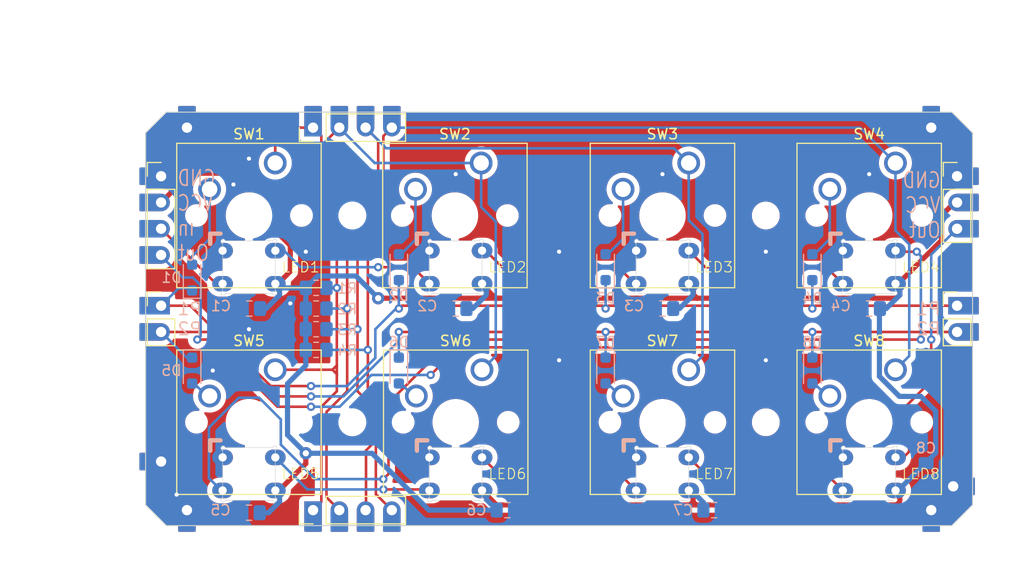
<source format=kicad_pcb>
(kicad_pcb (version 20221018) (generator pcbnew)
  (layers (0 "F.Cu" signal) (31 "B.Cu" signal) (34 "B.Paste" user) (35 "F.Paste" user) (36 "B.SilkS" user "B.Silkscreen") (37 "F.SilkS" user "F.Silkscreen") (38 "B.Mask" user) (39 "F.Mask" user) (44 "Edge.Cuts" user))
  (net 0 "")
  (net 1 "Pull1")
  (net 2 "Net-(D1-A)")
  (net 3 "Net-(D2-A)")
  (net 4 "Net-(D3-A)")
  (net 5 "Net-(D4-A)")
  (net 6 "Pull2")
  (net 7 "Net-(D5-A)")
  (net 8 "Net-(D6-A)")
  (net 9 "Net-(D7-A)")
  (net 10 "Net-(D8-A)")
  (net 11 "VCC")
  (net 12 "Net-(LED1-DOUT)")
  (net 13 "GND")
  (net 14 "Led In")
  (net 15 "Net-(LED2-DOUT)")
  (net 16 "Net-(LED3-DOUT)")
  (net 17 "Net-(LED4-DOUT)")
  (net 18 "Net-(LED5-DOUT)")
  (net 19 "Net-(LED6-DOUT)")
  (net 20 "Net-(LED7-DOUT)")
  (net 21 "Led Out")
  (net 22 "Sense1")
  (net 23 "Sense2")
  (net 24 "Sense3")
  (net 25 "Sense4")
  (footprint "" (layer "F.Cu") (at 74 1.625 -90)
    (fp_text reference "")
    (fp_text value "")
  )
  (footprint "Button_Switch_Keyboard:SW_Cherry_MX_1.00u_PCB" (layer "F.Cu") (at 32.54 24.92)
    (fp_text reference "SW6")
    (fp_text value "SW_Push")
  )
  (footprint "Library:WS2812_embedded" (layer "F.Cu") (at 30 15 180)
    (fp_text reference "LED2")
    (fp_text value "WS2812B")
    (fp_line (start -2.55 2.299999) (end -2.55 -2.3) (stroke (width 0.05)) (layer "Edge.Cuts"))
    (fp_line (start -2.3 -2.55) (end 2.300001 -2.55) (stroke (width 0.05)) (layer "Edge.Cuts"))
    (fp_line (start 2.3 2.55) (end -2.300001 2.55) (stroke (width 0.05)) (layer "Edge.Cuts"))
    (fp_line (start 2.55 -2.3) (end 2.549999 2.3) (stroke (width 0.05)) (layer "Edge.Cuts"))
    (fp_arc (start -2.55 -2.3) (mid -2.645774 -2.645774) (end -2.3 -2.55) (stroke (width 0.05)) (layer "Edge.Cuts"))
    (fp_arc (start -2.300001 2.55) (mid -2.645774 2.645772) (end -2.55 2.299999) (stroke (width 0.05)) (layer "Edge.Cuts"))
    (fp_arc (start 2.300001 -2.55) (mid 2.645774 -2.645772) (end 2.55 -2.299999) (stroke (width 0.05)) (layer "Edge.Cuts"))
    (fp_arc (start 2.549999 2.300001) (mid 2.645772 2.645773) (end 2.3 2.55) (stroke (width 0.05)) (layer "Edge.Cuts"))
  )
  (footprint "" (layer "F.Cu") (at 75.9 38.875 90)
    (fp_text reference "")
    (fp_text value "")
  )
  (footprint "Library:WS2812_embedded" (layer "F.Cu") (at 30 35 180)
    (fp_text reference "LED6")
    (fp_text value "WS2812B")
    (fp_line (start -2.55 2.299999) (end -2.55 -2.3) (stroke (width 0.05)) (layer "Edge.Cuts"))
    (fp_line (start -2.3 -2.55) (end 2.300001 -2.55) (stroke (width 0.05)) (layer "Edge.Cuts"))
    (fp_line (start 2.3 2.55) (end -2.300001 2.55) (stroke (width 0.05)) (layer "Edge.Cuts"))
    (fp_line (start 2.55 -2.3) (end 2.549999 2.3) (stroke (width 0.05)) (layer "Edge.Cuts"))
    (fp_arc (start -2.55 -2.3) (mid -2.645774 -2.645774) (end -2.3 -2.55) (stroke (width 0.05)) (layer "Edge.Cuts"))
    (fp_arc (start -2.300001 2.55) (mid -2.645774 2.645772) (end -2.55 2.299999) (stroke (width 0.05)) (layer "Edge.Cuts"))
    (fp_arc (start 2.300001 -2.55) (mid 2.645774 -2.645772) (end 2.55 -2.299999) (stroke (width 0.05)) (layer "Edge.Cuts"))
    (fp_arc (start 2.549999 2.300001) (mid 2.645772 2.645773) (end 2.3 2.55) (stroke (width 0.05)) (layer "Edge.Cuts"))
  )
  (footprint "Connector_PinHeader_2.54mm:PinHeader_1x02_P2.54mm_Vertical" (layer "F.Cu") (at 1.5 18.725)
    (fp_text reference "J2" hide)
    (fp_text value "Conn_01x02_Pin" hide)
  )
  (footprint "Connector_PinHeader_2.54mm:PinHeader_1x04_P2.54mm_Vertical" (layer "F.Cu") (at 16.2 38.5 90)
    (fp_text reference "J5" hide)
    (fp_text value "Conn_01x04_Pin" hide)
  )
  (footprint "Button_Switch_Keyboard:SW_Cherry_MX_1.00u_PCB" (layer "F.Cu") (at 32.46 4.92)
    (fp_text reference "SW2")
    (fp_text value "SW_Push")
  )
  (footprint "Button_Switch_Keyboard:SW_Cherry_MX_1.00u_PCB" (layer "F.Cu") (at 12.54 24.92)
    (fp_text reference "SW5")
    (fp_text value "SW_Push")
  )
  (footprint "Library:WS2812_embedded" (layer "F.Cu") (at 10 15 180)
    (fp_text reference "LED1")
    (fp_text value "WS2812B")
    (fp_line (start -2.55 2.299999) (end -2.55 -2.3) (stroke (width 0.05)) (layer "Edge.Cuts"))
    (fp_line (start -2.3 -2.55) (end 2.300001 -2.55) (stroke (width 0.05)) (layer "Edge.Cuts"))
    (fp_line (start 2.3 2.55) (end -2.300001 2.55) (stroke (width 0.05)) (layer "Edge.Cuts"))
    (fp_line (start 2.55 -2.3) (end 2.549999 2.3) (stroke (width 0.05)) (layer "Edge.Cuts"))
    (fp_arc (start -2.55 -2.3) (mid -2.645774 -2.645774) (end -2.3 -2.55) (stroke (width 0.05)) (layer "Edge.Cuts"))
    (fp_arc (start -2.300001 2.55) (mid -2.645774 2.645772) (end -2.55 2.299999) (stroke (width 0.05)) (layer "Edge.Cuts"))
    (fp_arc (start 2.300001 -2.55) (mid 2.645774 -2.645772) (end 2.55 -2.299999) (stroke (width 0.05)) (layer "Edge.Cuts"))
    (fp_arc (start 2.549999 2.300001) (mid 2.645772 2.645773) (end 2.3 2.55) (stroke (width 0.05)) (layer "Edge.Cuts"))
  )
  (footprint "Connector_PinHeader_2.54mm:PinHeader_1x04_P2.54mm_Vertical" (layer "F.Cu") (at 1.5 6.2)
    (fp_text reference "J1" hide)
    (fp_text value "Conn_01x04_Pin" hide)
  )
  (footprint "MountingHole:MountingHole_2.2mm_M2" (layer "F.Cu") (at 20 30)
    (fp_text reference "REF**" hide)
    (fp_text value "MountingHole_2.2mm_M2" hide)
  )
  (footprint "Connector_PinHeader_2.54mm:PinHeader_1x03_P2.54mm_Vertical" (layer "F.Cu") (at 78.5 6.2)
    (fp_text reference "J6" hide)
    (fp_text value "Conn_01x03_Pin" hide)
  )
  (footprint "Library:WS2812_embedded" (layer "F.Cu") (at 70 35 180)
    (fp_text reference "LED8")
    (fp_text value "WS2812B")
    (fp_line (start -2.55 2.299999) (end -2.55 -2.3) (stroke (width 0.05)) (layer "Edge.Cuts"))
    (fp_line (start -2.3 -2.55) (end 2.300001 -2.55) (stroke (width 0.05)) (layer "Edge.Cuts"))
    (fp_line (start 2.3 2.55) (end -2.300001 2.55) (stroke (width 0.05)) (layer "Edge.Cuts"))
    (fp_line (start 2.55 -2.3) (end 2.549999 2.3) (stroke (width 0.05)) (layer "Edge.Cuts"))
    (fp_arc (start -2.55 -2.3) (mid -2.645774 -2.645774) (end -2.3 -2.55) (stroke (width 0.05)) (layer "Edge.Cuts"))
    (fp_arc (start -2.300001 2.55) (mid -2.645774 2.645772) (end -2.55 2.299999) (stroke (width 0.05)) (layer "Edge.Cuts"))
    (fp_arc (start 2.300001 -2.55) (mid 2.645774 -2.645772) (end 2.55 -2.299999) (stroke (width 0.05)) (layer "Edge.Cuts"))
    (fp_arc (start 2.549999 2.300001) (mid 2.645772 2.645773) (end 2.3 2.55) (stroke (width 0.05)) (layer "Edge.Cuts"))
  )
  (footprint "Button_Switch_Keyboard:SW_Cherry_MX_1.00u_PCB" (layer "F.Cu") (at 72.54 4.92)
    (fp_text reference "SW4")
    (fp_text value "SW_Push")
  )
  (footprint "MountingHole:MountingHole_2.2mm_M2" (layer "F.Cu") (at 20 10)
    (fp_text reference "REF**" hide)
    (fp_text value "MountingHole_2.2mm_M2" hide)
  )
  (footprint "" (layer "F.Cu") (at 78.5 35 180)
    (fp_text reference "")
    (fp_text value "")
  )
  (footprint "MountingHole:MountingHole_2.2mm_M2" (layer "F.Cu") (at 60 10)
    (fp_text reference "REF**" hide)
    (fp_text value "MountingHole_2.2mm_M2" hide)
  )
  (footprint "Library:WS2812_embedded" (layer "F.Cu") (at 50 15 180)
    (fp_text reference "LED3")
    (fp_text value "WS2812B")
    (fp_line (start -2.55 2.299999) (end -2.55 -2.3) (stroke (width 0.05)) (layer "Edge.Cuts"))
    (fp_line (start -2.3 -2.55) (end 2.300001 -2.55) (stroke (width 0.05)) (layer "Edge.Cuts"))
    (fp_line (start 2.3 2.55) (end -2.300001 2.55) (stroke (width 0.05)) (layer "Edge.Cuts"))
    (fp_line (start 2.55 -2.3) (end 2.549999 2.3) (stroke (width 0.05)) (layer "Edge.Cuts"))
    (fp_arc (start -2.55 -2.3) (mid -2.645774 -2.645774) (end -2.3 -2.55) (stroke (width 0.05)) (layer "Edge.Cuts"))
    (fp_arc (start -2.300001 2.55) (mid -2.645774 2.645772) (end -2.55 2.299999) (stroke (width 0.05)) (layer "Edge.Cuts"))
    (fp_arc (start 2.300001 -2.55) (mid 2.645774 -2.645772) (end 2.55 -2.299999) (stroke (width 0.05)) (layer "Edge.Cuts"))
    (fp_arc (start 2.549999 2.300001) (mid 2.645772 2.645773) (end 2.3 2.55) (stroke (width 0.05)) (layer "Edge.Cuts"))
  )
  (footprint "Connector_PinHeader_2.54mm:PinHeader_1x04_P2.54mm_Vertical" (layer "F.Cu") (at 16.2 1.5 90)
    (fp_text reference "J4" hide)
    (fp_text value "Conn_01x04_Pin" hide)
  )
  (footprint "Button_Switch_Keyboard:SW_Cherry_MX_1.00u_PCB" (layer "F.Cu") (at 12.54 4.92)
    (fp_text reference "SW1")
    (fp_text value "SW_Push" hide)
  )
  (footprint "MountingHole:MountingHole_2.2mm_M2" (layer "F.Cu") (at 60 30)
    (fp_text reference "REF**" hide)
    (fp_text value "MountingHole_2.2mm_M2" hide)
  )
  (footprint "Connector_PinHeader_2.54mm:PinHeader_1x02_P2.54mm_Vertical" (layer "F.Cu") (at 78.5 18.725)
    (fp_text reference "J3" hide)
    (fp_text value "Conn_01x02_Pin" hide)
  )
  (footprint "Library:WS2812_embedded" (layer "F.Cu") (at 10 35 180)
    (fp_text reference "LED5")
    (fp_text value "WS2812B")
    (fp_line (start -2.55 2.299999) (end -2.55 -2.3) (stroke (width 0.05)) (layer "Edge.Cuts"))
    (fp_line (start -2.3 -2.55) (end 2.300001 -2.55) (stroke (width 0.05)) (layer "Edge.Cuts"))
    (fp_line (start 2.3 2.55) (end -2.300001 2.55) (stroke (width 0.05)) (layer "Edge.Cuts"))
    (fp_line (start 2.55 -2.3) (end 2.549999 2.3) (stroke (width 0.05)) (layer "Edge.Cuts"))
    (fp_arc (start -2.55 -2.3) (mid -2.645774 -2.645774) (end -2.3 -2.55) (stroke (width 0.05)) (layer "Edge.Cuts"))
    (fp_arc (start -2.300001 2.55) (mid -2.645774 2.645772) (end -2.55 2.299999) (stroke (width 0.05)) (layer "Edge.Cuts"))
    (fp_arc (start 2.300001 -2.55) (mid 2.645774 -2.645772) (end 2.55 -2.299999) (stroke (width 0.05)) (layer "Edge.Cuts"))
    (fp_arc (start 2.549999 2.300001) (mid 2.645772 2.645773) (end 2.3 2.55) (stroke (width 0.05)) (layer "Edge.Cuts"))
  )
  (footprint "Library:WS2812_embedded" (layer "F.Cu") (at 70 15 180)
    (fp_text reference "LED4")
    (fp_text value "WS2812B")
    (fp_line (start -2.55 2.299999) (end -2.55 -2.3) (stroke (width 0.05)) (layer "Edge.Cuts"))
    (fp_line (start -2.3 -2.55) (end 2.300001 -2.55) (stroke (width 0.05)) (layer "Edge.Cuts"))
    (fp_line (start 2.3 2.55) (end -2.300001 2.55) (stroke (width 0.05)) (layer "Edge.Cuts"))
    (fp_line (start 2.55 -2.3) (end 2.549999 2.3) (stroke (width 0.05)) (layer "Edge.Cuts"))
    (fp_arc (start -2.55 -2.3) (mid -2.645774 -2.645774) (end -2.3 -2.55) (stroke (width 0.05)) (layer "Edge.Cuts"))
    (fp_arc (start -2.300001 2.55) (mid -2.645774 2.645772) (end -2.55 2.299999) (stroke (width 0.05)) (layer "Edge.Cuts"))
    (fp_arc (start 2.300001 -2.55) (mid 2.645774 -2.645772) (end 2.55 -2.299999) (stroke (width 0.05)) (layer "Edge.Cuts"))
    (fp_arc (start 2.549999 2.300001) (mid 2.645772 2.645773) (end 2.3 2.55) (stroke (width 0.05)) (layer "Edge.Cuts"))
  )
  (footprint "" (layer "F.Cu") (at 1.5 35)
    (fp_text reference "")
    (fp_text value "")
  )
  (footprint "Button_Switch_Keyboard:SW_Cherry_MX_1.00u_PCB" (layer "F.Cu") (at 52.54 4.92)
    (fp_text reference "SW3")
    (fp_text value "SW_Push")
  )
  (footprint "" (layer "F.Cu") (at 6 38.5 90)
    (fp_text reference "")
    (fp_text value "")
  )
  (footprint "Button_Switch_Keyboard:SW_Cherry_MX_1.00u_PCB" (layer "F.Cu") (at 52.54 24.92)
    (fp_text reference "SW7")
    (fp_text value "SW_Push")
  )
  (footprint "" (layer "F.Cu") (at 2.2 1.5 -90)
    (fp_text reference "")
    (fp_text value "")
  )
  (footprint "Button_Switch_Keyboard:SW_Cherry_MX_1.00u_PCB" (layer "F.Cu") (at 72.54 24.92)
    (fp_text reference "SW8")
    (fp_text value "SW_Push")
  )
  (footprint "Library:WS2812_embedded" (layer "F.Cu") (at 50 35 180)
    (fp_text reference "LED7")
    (fp_text value "WS2812B")
    (fp_line (start -2.55 2.299999) (end -2.55 -2.3) (stroke (width 0.05)) (layer "Edge.Cuts"))
    (fp_line (start -2.3 -2.55) (end 2.300001 -2.55) (stroke (width 0.05)) (layer "Edge.Cuts"))
    (fp_line (start 2.3 2.55) (end -2.300001 2.55) (stroke (width 0.05)) (layer "Edge.Cuts"))
    (fp_line (start 2.55 -2.3) (end 2.549999 2.3) (stroke (width 0.05)) (layer "Edge.Cuts"))
    (fp_arc (start -2.55 -2.3) (mid -2.645774 -2.645774) (end -2.3 -2.55) (stroke (width 0.05)) (layer "Edge.Cuts"))
    (fp_arc (start -2.300001 2.55) (mid -2.645774 2.645772) (end -2.55 2.299999) (stroke (width 0.05)) (layer "Edge.Cuts"))
    (fp_arc (start 2.300001 -2.55) (mid 2.645774 -2.645772) (end 2.55 -2.299999) (stroke (width 0.05)) (layer "Edge.Cuts"))
    (fp_arc (start 2.549999 2.300001) (mid 2.645772 2.645773) (end 2.3 2.55) (stroke (width 0.05)) (layer "Edge.Cuts"))
  )
  (footprint "Diode_SMD:D_SOD-323_HandSoldering" (layer "B.Cu") (at 4.5 16 90)
    (fp_text reference "D1")
    (fp_text value "1N4148WS")
  )
  (footprint "Capacitor_SMD:C_0805_2012Metric_Pad1.18x1.45mm_HandSolder" (layer "B.Cu") (at 35 38.5 180)
    (fp_text reference "C6")
    (fp_text value "100nF")
  )
  (footprint "Diode_SMD:D_SOD-323_HandSoldering" (layer "B.Cu") (at 44.5 25 -90)
    (fp_text reference "D7")
    (fp_text value "1N4148WS")
  )
  (footprint "Capacitor_SMD:C_0805_2012Metric_Pad1.18x1.45mm_HandSolder" (layer "B.Cu") (at 55 38.5 180)
    (fp_text reference "C7")
    (fp_text value "100nF")
  )
  (footprint "Resistor_SMD:R_0805_2012Metric_Pad1.20x1.40mm_HandSolder" (layer "B.Cu") (at 16.5 19)
    (fp_text reference "R2")
    (fp_text value "10k")
  )
  (footprint "Diode_SMD:D_SOD-323_HandSoldering" (layer "B.Cu") (at 44.5 15 90)
    (fp_text reference "D3")
    (fp_text value "1N4148WS")
  )
  (footprint "Diode_SMD:D_SOD-323_HandSoldering" (layer "B.Cu") (at 64.5 15 90)
    (fp_text reference "D4")
    (fp_text value "1N4148WS")
  )
  (footprint "Capacitor_SMD:C_0805_2012Metric_Pad1.18x1.45mm_HandSolder" (layer "B.Cu") (at 75.5 35 90)
    (fp_text reference "C8")
    (fp_text value "100nF")
  )
  (footprint "Capacitor_SMD:C_0805_2012Metric_Pad1.18x1.45mm_HandSolder" (layer "B.Cu") (at 10.0375 19)
    (fp_text reference "C1")
    (fp_text value "100nF")
  )
  (footprint "Capacitor_SMD:C_0805_2012Metric_Pad1.18x1.45mm_HandSolder" (layer "B.Cu") (at 50 19)
    (fp_text reference "C3")
    (fp_text value "100nF")
  )
  (footprint "Diode_SMD:D_SOD-323_HandSoldering" (layer "B.Cu") (at 24.5 25 -90)
    (fp_text reference "D6")
    (fp_text value "1N4148WS")
  )
  (footprint "Diode_SMD:D_SOD-323_HandSoldering" (layer "B.Cu") (at 4.5 25 -90)
    (fp_text reference "D5")
    (fp_text value "1N4148WS")
  )
  (footprint "Resistor_SMD:R_0805_2012Metric_Pad1.20x1.40mm_HandSolder" (layer "B.Cu") (at 16.5 23)
    (fp_text reference "R4")
    (fp_text value "10k")
  )
  (footprint "Diode_SMD:D_SOD-323_HandSoldering" (layer "B.Cu") (at 24.5 15 90)
    (fp_text reference "D2")
    (fp_text value "1N4148WS")
  )
  (footprint "Capacitor_SMD:C_0805_2012Metric_Pad1.18x1.45mm_HandSolder" (layer "B.Cu") (at 10 38.75)
    (fp_text reference "C5")
    (fp_text value "100nF")
  )
  (footprint "Diode_SMD:D_SOD-323_HandSoldering" (layer "B.Cu") (at 64.5 25 -90)
    (fp_text reference "D8")
    (fp_text value "1N4148WS")
  )
  (footprint "Resistor_SMD:R_0805_2012Metric_Pad1.20x1.40mm_HandSolder" (layer "B.Cu") (at 16.5 21)
    (fp_text reference "R3")
    (fp_text value "10k")
  )
  (footprint "Capacitor_SMD:C_0805_2012Metric_Pad1.18x1.45mm_HandSolder" (layer "B.Cu") (at 30 19)
    (fp_text reference "C2")
    (fp_text value "100nF")
  )
  (footprint "Resistor_SMD:R_0805_2012Metric_Pad1.20x1.40mm_HandSolder" (layer "B.Cu") (at 16.5 17)
    (fp_text reference "R1")
    (fp_text value "10k")
  )
  (footprint "Capacitor_SMD:C_0805_2012Metric_Pad1.18x1.45mm_HandSolder" (layer "B.Cu") (at 70 19)
    (fp_text reference "C4")
    (fp_text value "100nF")
  )
  (gr_poly (pts (xy 2 0) (xy 78 0) (xy 80 2) (xy 80 38) (xy 78 40) (xy 2 40) (xy 0 38) (xy 0 2)) (stroke (width 0.1)) (fill none) (layer "Edge.Cuts"))
  (gr_text "GND\nVCC\nOut" (at 77 9) (layer "B.SilkS") (effects (font (size 1.5 1.2)) (justify left mirror)))
  (gr_text "GND\nVCC\nIn\nOut" (at 3 10) (layer "B.SilkS") (effects (font (size 1.5 1.2)) (justify right mirror)))
  (gr_text "P1\nP2" (at 77 20) (layer "B.SilkS") (effects (font (size 1.2 1.2)) (justify left mirror)))
  (gr_text "P1\nP2" (at 3 20) (layer "B.SilkS") (effects (font (size 1.2 1.2)) (justify right mirror)))
  (segment (start 12.104745 26.5) (end 4.329745 18.725) (width 0.25) (layer "F.Cu") (net 1))
  (segment (start 44.775 18.725) (end 64.225 18.725) (width 0.25) (layer "F.Cu") (net 1))
  (segment (start 64.775 18.725) (end 64.5 19) (width 0.25) (layer "F.Cu") (net 1))
  (segment (start 44.225 18.725) (end 44.5 19) (width 0.25) (layer "F.Cu") (net 1))
  (segment (start 4.329745 18.725) (end 1.5 18.725) (width 0.25) (layer "F.Cu") (net 1))
  (segment (start 24.5 19) (end 24.775 18.725) (width 0.25) (layer "F.Cu") (net 1))
  (segment (start 78.5 18.725) (end 64.775 18.725) (width 0.25) (layer "F.Cu") (net 1))
  (segment (start 64.225 18.725) (end 64.5 19) (width 0.25) (layer "F.Cu") (net 1))
  (segment (start 24.775 18.725) (end 44.225 18.725) (width 0.25) (layer "F.Cu") (net 1))
  (segment (start 44.5 19) (end 44.775 18.725) (width 0.25) (layer "F.Cu") (net 1))
  (segment (start 16 26.5) (end 12.104745 26.5) (width 0.25) (layer "F.Cu") (net 1))
  (via (at 24.5 19) (size 0.8) (drill 0.4) (layers "F.Cu" "B.Cu") (net 1))
  (via (at 64.5 19) (size 0.8) (drill 0.4) (layers "F.Cu" "B.Cu") (net 1))
  (via (at 44.5 19) (size 0.8) (drill 0.4) (layers "F.Cu" "B.Cu") (net 1))
  (via (at 16 26.5) (size 0.8) (drill 0.4) (layers "F.Cu" "B.Cu") (net 1))
  (segment (start 19.5 26.5) (end 22.225 23.775) (width 0.25) (layer "B.Cu") (net 1))
  (segment (start 4.5 17.05) (end 3.175 17.05) (width 0.25) (layer "B.Cu") (net 1))
  (segment (start 3.175 17.05) (end 1.5 18.725) (width 0.25) (layer "B.Cu") (net 1))
  (segment (start 24.225 19) (end 24.5 19) (width 0.25) (layer "B.Cu") (net 1))
  (segment (start 22.225 23.775) (end 22.225 21) (width 0.25) (layer "B.Cu") (net 1))
  (segment (start 44.5 16.05) (end 44.5 19) (width 0.25) (layer "B.Cu") (net 1))
  (segment (start 24.5 16.05) (end 24.5 19) (width 0.25) (layer "B.Cu") (net 1))
  (segment (start 22.225 21) (end 24.225 19) (width 0.25) (layer "B.Cu") (net 1))
  (segment (start 64.5 16.05) (end 64.5 19) (width 0.25) (layer "B.Cu") (net 1))
  (segment (start 16 26.5) (end 19.5 26.5) (width 0.25) (layer "B.Cu") (net 1))
  (segment (start 6.19 7.46) (end 6.19 12.26) (width 0.25) (layer "B.Cu") (net 2))
  (segment (start 4.5 13.95) (end 4.5 14.95) (width 0.25) (layer "B.Cu") (net 2))
  (segment (start 6.19 12.26) (end 4.5 13.95) (width 0.25) (layer "B.Cu") (net 2))
  (segment (start 26.11 7.46) (end 26.11 12.34) (width 0.25) (layer "B.Cu") (net 3))
  (segment (start 26.11 12.34) (end 24.5 13.95) (width 0.25) (layer "B.Cu") (net 3))
  (segment (start 46.19 7.46) (end 46.19 12.26) (width 0.25) (layer "B.Cu") (net 4))
  (segment (start 46.19 12.26) (end 44.5 13.95) (width 0.25) (layer "B.Cu") (net 4))
  (segment (start 66.19 12.26) (end 64.5 13.95) (width 0.25) (layer "B.Cu") (net 5))
  (segment (start 66.19 7.46) (end 66.19 12.26) (width 0.25) (layer "B.Cu") (net 5))
  (segment (start 64.5 21.265) (end 44.5 21.265) (width 0.25) (layer "F.Cu") (net 6))
  (segment (start 44.5 21.265) (end 24.5 21.265) (width 0.25) (layer "F.Cu") (net 6))
  (segment (start 16 27.5) (end 12.468349 27.5) (width 0.25) (layer "F.Cu") (net 6))
  (segment (start 12.468349 27.5) (end 6.233349 21.265) (width 0.25) (layer "F.Cu") (net 6))
  (segment (start 78.5 21.265) (end 64.5 21.265) (width 0.25) (layer "F.Cu") (net 6))
  (segment (start 6.233349 21.265) (end 1.5 21.265) (width 0.25) (layer "F.Cu") (net 6))
  (via (at 24.5 21.265) (size 0.8) (drill 0.4) (layers "F.Cu" "B.Cu") (net 6))
  (via (at 44.5 21.265) (size 0.8) (drill 0.4) (layers "F.Cu" "B.Cu") (net 6))
  (via (at 16 27.5) (size 0.8) (drill 0.4) (layers "F.Cu" "B.Cu") (net 6))
  (via (at 64.5 21.265) (size 0.8) (drill 0.4) (layers "F.Cu" "B.Cu") (net 6))
  (segment (start 16 27.5) (end 19.136396 27.5) (width 0.25) (layer "B.Cu") (net 6))
  (segment (start 24.5 22.136396) (end 24.5 21.265) (width 0.25) (layer "B.Cu") (net 6))
  (segment (start 19.136396 27.5) (end 24.5 22.136396) (width 0.25) (layer "B.Cu") (net 6))
  (segment (start 44.5 23.95) (end 44.5 21.265) (width 0.25) (layer "B.Cu") (net 6))
  (segment (start 24.5 23.95) (end 24.5 21.265) (width 0.25) (layer "B.Cu") (net 6))
  (segment (start 4.5 23.95) (end 4.185 23.95) (width 0.25) (layer "B.Cu") (net 6))
  (segment (start 4.185 23.95) (end 1.5 21.265) (width 0.25) (layer "B.Cu") (net 6))
  (segment (start 64.5 23.95) (end 64.5 21.265) (width 0.25) (layer "B.Cu") (net 6))
  (segment (start 5.91 27.46) (end 4.5 26.05) (width 0.25) (layer "B.Cu") (net 7))
  (segment (start 6.19 27.46) (end 5.91 27.46) (width 0.25) (layer "B.Cu") (net 7))
  (segment (start 26.19 27.46) (end 25.91 27.46) (width 0.25) (layer "B.Cu") (net 8))
  (segment (start 25.91 27.46) (end 24.5 26.05) (width 0.25) (layer "B.Cu") (net 8))
  (segment (start 46.19 27.46) (end 45.91 27.46) (width 0.25) (layer "B.Cu") (net 9))
  (segment (start 45.91 27.46) (end 44.5 26.05) (width 0.25) (layer "B.Cu") (net 9))
  (segment (start 65.91 27.46) (end 64.5 26.05) (width 0.25) (layer "B.Cu") (net 10))
  (segment (start 66.19 27.46) (end 65.91 27.46) (width 0.25) (layer "B.Cu") (net 10))
  (segment (start 77 10) (end 77 12.4) (width 0.5) (layer "F.Cu") (net 11))
  (segment (start 33.85 18) (end 34.2 18) (width 0.5) (layer "F.Cu") (net 11))
  (segment (start 53 17.649363) (end 53 16.8) (width 0.5) (layer "F.Cu") (net 11))
  (segment (start 33.95 38) (end 32.8 36.85) (width 0.5) (layer "F.Cu") (net 11))
  (segment (start 52.649363 38) (end 52.894266 37.755097) (width 0.5) (layer "F.Cu") (net 11))
  (segment (start 52.964179 37.714179) (end 53.25 38) (width 0.5) (layer "F.Cu") (net 11))
  (segment (start 32.8 36.85) (end 32.8 36.6) (width 0.5) (layer "F.Cu") (net 11))
  (segment (start 32.964179 17.685184) (end 32.964179 17.114179) (width 0.5) (layer "F.Cu") (net 11))
  (segment (start 32.649363 18) (end 32.964179 17.685184) (width 0.5) (layer "F.Cu") (net 11))
  (segment (start 52.964179 36.764179) (end 52.8 36.6) (width 0.5) (layer "F.Cu") (net 11))
  (segment (start 32 18) (end 32.649363 18) (width 0.5) (layer "F.Cu") (net 11))
  (segment (start 12.9 36.6) (end 12.8 36.6) (width 0.5) (layer "F.Cu") (net 11))
  (segment (start 72.964179 36.764179) (end 72.8 36.6) (width 0.5) (layer "F.Cu") (net 11))
  (segment (start 34.2 18) (end 52.649363 18) (width 0.5) (layer "F.Cu") (net 11))
  (segment (start 32 18) (end 34.2 18) (width 0.5) (layer "F.Cu") (net 11))
  (segment (start 1.5 8.74) (end 4.33 5.91) (width 0.5) (layer "F.Cu") (net 11))
  (segment (start 72.649363 18) (end 72.964179 17.685184) (width 0.5) (layer "F.Cu") (net 11))
  (segment (start 52.964179 37.571119) (end 52.964179 36.764179) (width 0.5) (layer "F.Cu") (net 11))
  (segment (start 52.894266 37.755097) (end 52.964179 37.571119) (width 0.5) (layer "F.Cu") (net 11))
  (segment (start 72.894266 37.755097) (end 72.964179 37.571119) (width 0.5) (layer "F.Cu") (net 11))
  (segment (start 72.964179 17.685184) (end 72.964179 16.764179) (width 0.5) (layer "F.Cu") (net 11))
  (segment (start 53.25 38) (end 72.649363 38) (width 0.5) (layer "F.Cu") (net 11))
  (segment (start 9.91 5.91) (end 13 9) (width 0.5) (layer "F.Cu") (net 11))
  (segment (start 78.26 8.74) (end 77 10) (width 0.5) (layer "F.Cu") (net 11))
  (segment (start 13 9) (end 13 11.902944) (width 0.5) (layer "F.Cu") (net 11))
  (segment (start 78.5 8.74) (end 78.26 8.74) (width 0.5) (layer "F.Cu") (net 11))
  (segment (start 13 11.902944) (end 14 12.902944) (width 0.5) (layer "F.Cu") (net 11))
  (segment (start 52.964179 37.571119) (end 52.964179 37.714179) (width 0.5) (layer "F.Cu") (net 11))
  (segment (start 53 16.8) (end 52.8 16.6) (width 0.5) (layer "F.Cu") (net 11))
  (segment (start 4.33 5.91) (end 9.91 5.91) (width 0.5) (layer "F.Cu") (net 11))
  (segment (start 52.649363 38) (end 33.95 38) (width 0.5) (layer "F.Cu") (net 11))
  (segment (start 72.964179 37.571119) (end 72.964179 36.764179) (width 0.5) (layer "F.Cu") (net 11))
  (segment (start 15.5 34) (end 12.9 36.6) (width 0.5) (layer "F.Cu") (net 11))
  (segment (start 32.964179 17.114179) (end 33.85 18) (width 0.5) (layer "F.Cu") (net 11))
  (segment (start 15.5 33) (end 15.5 34) (width 0.5) (layer "F.Cu") (net 11))
  (segment (start 72.964179 16.764179) (end 72.8 16.6) (width 0.5) (layer "F.Cu") (net 11))
  (segment (start 52.649363 38) (end 53.25 38) (width 0.5) (layer "F.Cu") (net 11))
  (segment (start 14 12.902944) (end 14 15.4) (width 0.5) (layer "F.Cu") (net 11))
  (segment (start 52.649363 18) (end 53 17.649363) (width 0.5) (layer "F.Cu") (net 11))
  (segment (start 53.350637 18) (end 72.649363 18) (width 0.5) (layer "F.Cu") (net 11))
  (segment (start 77 12.4) (end 72.8 16.6) (width 0.5) (layer "F.Cu") (net 11))
  (segment (start 14 15.4) (end 12.8 16.6) (width 0.5) (layer "F.Cu") (net 11))
  (segment (start 72.649363 38) (end 72.894266 37.755097) (width 0.5) (layer "F.Cu") (net 11))
  (segment (start 53 17.649363) (end 53.350637 18) (width 0.5) (layer "F.Cu") (net 11))
  (segment (start 53.350637 18) (end 52.649363 18) (width 0.5) (layer "F.Cu") (net 11))
  (segment (start 22.5 18) (end 32 18) (width 0.5) (layer "F.Cu") (net 11))
  (via (at 15.5 33) (size 1.2) (drill 0.6) (layers "F.Cu" "B.Cu") (net 11))
  (via (at 22.5 18) (size 1.2) (drill 0.6) (layers "F.Cu" "B.Cu") (net 11))
  (segment (start 12.964179 37.685184) (end 12.964179 36.764179) (width 0.5) (layer "B.Cu") (net 11))
  (segment (start 70.99 19.0475) (end 71.0375 19) (width 0.5) (layer "B.Cu") (net 11))
  (segment (start 72.927968 27.5) (end 70.99 25.562032) (width 0.5) (layer "B.Cu") (net 11))
  (segment (start 12.964179 36.764179) (end 12.8 36.6) (width 0.5) (layer "B.Cu") (net 11))
  (segment (start 32.964179 16.764179) (end 32.8 16.6) (width 0.5) (layer "B.Cu") (net 11))
  (segment (start 12.964179 16.764179) (end 12.964179 17.698321) (width 0.5) (layer "B.Cu") (net 11))
  (segment (start 76.43 28.93) (end 75 27.5) (width 0.5) (layer "B.Cu") (net 11))
  (segment (start 72.8 36.6) (end 76.43 32.97) (width 0.5) (layer "B.Cu") (net 11))
  (segment (start 51.649363 19) (end 52.894266 17.755097) (width 0.5) (layer "B.Cu") (net 11))
  (segment (start 32.964179 37.464179) (end 32.964179 36.764179) (width 0.5) (layer "B.Cu") (net 11))
  (segment (start 72.964179 16.764179) (end 72.8 16.6) (width 0.5) (layer "B.Cu") (net 11))
  (segment (start 13.73 31.23) (end 13.73 26.27) (width 0.5) (layer "B.Cu") (net 11))
  (segment (start 52.964179 16.764179) (end 52.8 16.6) (width 0.5) (layer "B.Cu") (net 11))
  (segment (start 20.35 15.85) (end 22.5 18) (width 0.5) (layer "B.Cu") (net 11))
  (segment (start 32.964179 17.571119) (end 32.964179 16.764179) (width 0.5) (layer "B.Cu") (net 11))
  (segment (start 13.2 17) (end 12.964179 16.764179) (width 0.5) (layer "B.Cu") (net 11))
  (segment (start 15.5 33) (end 13.73 31.23) (width 0.5) (layer "B.Cu") (net 11))
  (segment (start 11.6625 19) (end 11.075 19) (width 0.5) (layer "B.Cu") (net 11))
  (segment (start 15.5 33) (end 21.902944 33) (width 0.5) (layer "B.Cu") (net 11))
  (segment (start 72.964179 17.685184) (end 72.964179 16.764179) (width 0.5) (layer "B.Cu") (net 11))
  (segment (start 11.899363 38.75) (end 12.964179 37.685184) (width 0.5) (layer "B.Cu") (net 11))
  (segment (start 52.894266 17.755097) (end 52.964179 17.571119) (width 0.5) (layer "B.Cu") (net 11))
  (segment (start 21.902944 33) (end 27.402944 38.5) (width 0.5) (layer "B.Cu") (net 11))
  (segment (start 16.65 15.85) (end 20.35 15.85) (width 0.5) (layer "B.Cu") (net 11))
  (segment (start 71.649363 19) (end 72.964179 17.685184) (width 0.5) (layer "B.Cu") (net 11))
  (segment (start 27.402944 38.5) (end 33.9625 38.5) (width 0.5) (layer "B.Cu") (net 11))
  (segment (start 33.9625 38.5) (end 33.9625 38.4625) (width 0.5) (layer "B.Cu") (net 11))
  (segment (start 15.5 17) (end 13.2 17) (width 0.5) (layer "B.Cu") (net 11))
  (segment (start 11.0375 38.75) (end 11.899363 38.75) (width 0.5) (layer "B.Cu") (net 11))
  (segment (start 15.5 24.5) (end 15.5 23) (width 0.5) (layer "B.Cu") (net 11))
  (segment (start 51.0375 19) (end 51.649363 19) (width 0.5) (layer "B.Cu") (net 11))
  (segment (start 13.73 26.27) (end 15.5 24.5) (width 0.5) (layer "B.Cu") (net 11))
  (segment (start 53.9625 38.5) (end 53.9625 37.7625) (width 0.5) (layer "B.Cu") (net 11))
  (segment (start 15.5 17) (end 16.65 15.85) (width 0.5) (layer "B.Cu") (net 11))
  (segment (start 52.964179 17.571119) (end 52.964179 16.764179) (width 0.5) (layer "B.Cu") (net 11))
  (segment (start 31.649363 19) (end 32.894266 17.755097) (width 0.5) (layer "B.Cu") (net 11))
  (segment (start 12.964179 17.698321) (end 11.6625 19) (width 0.5) (layer "B.Cu") (net 11))
  (segment (start 71.0375 19) (end 71.649363 19) (width 0.5) (layer "B.Cu") (net 11))
  (segment (start 53.9625 37.7625) (end 52.8 36.6) (width 0.5) (layer "B.Cu") (net 11))
  (segment (start 33.9625 38.4625) (end 32.964179 37.464179) (width 0.5) (layer "B.Cu") (net 11))
  (segment (start 70.99 25.562032) (end 70.99 19.0475) (width 0.5) (layer "B.Cu") (net 11))
  (segment (start 31.0375 19) (end 31.649363 19) (width 0.5) (layer "B.Cu") (net 11))
  (segment (start 76.43 32.97) (end 76.43 28.93) (width 0.5) (layer "B.Cu") (net 11))
  (segment (start 32.894266 17.755097) (end 32.964179 17.571119) (width 0.5) (layer "B.Cu") (net 11))
  (segment (start 15.5 17) (end 15.5 23) (width 0.5) (layer "B.Cu") (net 11))
  (segment (start 75 27.5) (end 72.927968 27.5) (width 0.5) (layer "B.Cu") (net 11))
  (segment (start 12.675 13.525) (end 12.675 13.4) (width 0.25) (layer "F.Cu") (net 12))
  (segment (start 25.85 15) (end 27.325 16.475) (width 0.25) (layer "F.Cu") (net 12))
  (segment (start 22.5 15) (end 25.85 15) (width 0.25) (layer "F.Cu") (net 12))
  (segment (start 27.325 16.475) (end 27.325 16.6) (width 0.25) (layer "F.Cu") (net 12))
  (via (at 22.5 15) (size 0.8) (drill 0.4) (layers "F.Cu" "B.Cu") (net 12))
  (segment (start 13.4 13.4) (end 12.675 13.4) (width 0.25) (layer "B.Cu") (net 12))
  (segment (start 15 15) (end 13.4 13.4) (width 0.25) (layer "B.Cu") (net 12))
  (segment (start 15 15) (end 22.5 15) (width 0.25) (layer "B.Cu") (net 12))
  (via (at 8.5 7) (size 0.8) (drill 0.4) (layers "F.Cu" "B.Cu") (net 13))
  (via (at 10 21) (size 0.8) (drill 0.4) (layers "F.Cu" "B.Cu") (net 13))
  (via (at 60 24) (size 0.8) (drill 0.4) (layers "F.Cu" "B.Cu") (net 13))
  (via (at 60 13.5) (size 0.8) (drill 0.4) (layers "F.Cu" "B.Cu") (net 13))
  (via (at 30 6) (size 0.8) (drill 0.4) (layers "F.Cu" "B.Cu") (net 13))
  (via (at 40 13.5) (size 0.8) (drill 0.4) (layers "F.Cu" "B.Cu") (net 13))
  (via (at 3 37) (size 0.8) (drill 0.4) (layers "F.Cu" "B.Cu") (net 13))
  (via (at 6.5 25) (size 0.8) (drill 0.4) (layers "F.Cu" "B.Cu") (net 13))
  (via (at 15.5 13.5) (size 0.8) (drill 0.4) (layers "F.Cu" "B.Cu") (net 13))
  (via (at 50 6) (size 0.8) (drill 0.4) (layers "F.Cu" "B.Cu") (net 13))
  (via (at 14 18.5) (size 0.8) (drill 0.4) (layers "F.Cu" "B.Cu") (net 13))
  (via (at 70 6) (size 0.8) (drill 0.4) (layers "F.Cu" "B.Cu") (net 13))
  (via (at 10 4.5) (size 0.8) (drill 0.4) (layers "F.Cu" "B.Cu") (net 13))
  (via (at 40 24) (size 0.8) (drill 0.4) (layers "F.Cu" "B.Cu") (net 13))
  (segment (start 7.214082 13.4) (end 7.325 13.4) (width 0.5) (layer "B.Cu") (net 13))
  (segment (start 7.2 33.275) (end 7 33.075) (width 0.5) (layer "B.Cu") (net 13))
  (segment (start 7.2 33.525) (end 7.2 33.275) (width 0.5) (layer "B.Cu") (net 13))
  (segment (start 48.9625 19) (end 49 19.0375) (width 0.5) (layer "B.Cu") (net 13))
  (segment (start 28.9625 19) (end 29 19.0375) (width 0.5) (layer "B.Cu") (net 13))
  (segment (start 6.82 16.6) (end 7.325 16.6) (width 0.25) (layer "F.Cu") (net 14))
  (segment (start 1.5 11.28) (end 6.82 16.6) (width 0.25) (layer "F.Cu") (net 14))
  (segment (start 34.5 15) (end 45.725 15) (width 0.25) (layer "F.Cu") (net 15))
  (segment (start 32.675 13.4) (end 32.9 13.4) (width 0.25) (layer "F.Cu") (net 15))
  (segment (start 45.725 15) (end 47.325 16.6) (width 0.25) (layer "F.Cu") (net 15))
  (segment (start 32.9 13.4) (end 34.5 15) (width 0.25) (layer "F.Cu") (net 15))
  (segment (start 65.85 15) (end 67.325 16.475) (width 0.25) (layer "F.Cu") (net 16))
  (segment (start 52.675 13.525) (end 54.15 15) (width 0.25) (layer "F.Cu") (net 16))
  (segment (start 54.15 15) (end 65.85 15) (width 0.25) (layer "F.Cu") (net 16))
  (segment (start 67.325 16.475) (end 67.325 16.6) (width 0.25) (layer "F.Cu") (net 16))
  (segment (start 52.675 13.4) (end 52.675 13.525) (width 0.25) (layer "F.Cu") (net 16))
  (segment (start 23 35.5) (end 23.5 35) (width 0.25) (layer "F.Cu") (net 17))
  (segment (start 72.775 13.5) (end 72.675 13.4) (width 0.25) (layer "F.Cu") (net 17))
  (segment (start 29.634745 22) (end 75 22) (width 0.25) (layer "F.Cu") (net 17))
  (segment (start 23.5 28.134745) (end 29.634745 22) (width 0.25) (layer "F.Cu") (net 17))
  (segment (start 7.162186 36.762814) (end 7.325 36.6) (width 0.25) (layer "F.Cu") (net 17))
  (segment (start 74.6 13.5) (end 72.775 13.5) (width 0.25) (layer "F.Cu") (net 17))
  (segment (start 23.5 35) (end 23.5 28.134745) (width 0.25) (layer "F.Cu") (net 17))
  (via (at 23 35.5) (size 0.8) (drill 0.4) (layers "F.Cu" "B.Cu") (net 17))
  (via (at 74.6 13.5) (size 0.8) (drill 0.4) (layers "F.Cu" "B.Cu") (net 17))
  (via (at 75 22) (size 0.8) (drill 0.4) (layers "F.Cu" "B.Cu") (net 17))
  (segment (start 74.6 13.5) (end 75 13.9) (width 0.25) (layer "B.Cu") (net 17))
  (segment (start 23 35.5) (end 16.42028 35.5) (width 0.25) (layer "B.Cu") (net 17))
  (segment (start 6.125 30.516243) (end 6.125 35.4) (width 0.25) (layer "B.Cu") (net 17))
  (segment (start 16.42028 35.5) (end 13.082466 32.162186) (width 0.25) (layer "B.Cu") (net 17))
  (segment (start 13.082466 29.723709) (end 10.983757 27.625) (width 0.25) (layer "B.Cu") (net 17))
  (segment (start 9.016243 27.625) (end 6.125 30.516243) (width 0.25) (layer "B.Cu") (net 17))
  (segment (start 13.082466 32.162186) (end 13.082466 29.723709) (width 0.25) (layer "B.Cu") (net 17))
  (segment (start 75 13.9) (end 75 22) (width 0.25) (layer "B.Cu") (net 17))
  (segment (start 6.125 35.4) (end 7.325 36.6) (width 0.25) (layer "B.Cu") (net 17))
  (segment (start 10.983757 27.625) (end 9.016243 27.625) (width 0.25) (layer "B.Cu") (net 17))
  (segment (start 27.225 36.5) (end 27.325 36.6) (width 0.25) (layer "F.Cu") (net 18))
  (segment (start 23 36.5) (end 27.225 36.5) (width 0.25) (layer "F.Cu") (net 18))
  (via (at 23 36.5) (size 0.8) (drill 0.4) (layers "F.Cu" "B.Cu") (net 18))
  (segment (start 23 36.5) (end 15.65 36.5) (width 0.25) (layer "B.Cu") (net 18))
  (segment (start 12.675 33.525) (end 12.675 33.4) (width 0.25) (layer "B.Cu") (net 18))
  (segment (start 15.65 36.5) (end 12.675 33.525) (width 0.25) (layer "B.Cu") (net 18))
  (segment (start 32.675 33.4) (end 32.675 33.525) (width 0.25) (layer "F.Cu") (net 19))
  (segment (start 45.85 35) (end 47.325 36.475) (width 0.25) (layer "F.Cu") (net 19))
  (segment (start 47.325 36.475) (end 47.325 36.6) (width 0.25) (layer "F.Cu") (net 19))
  (segment (start 32.675 33.525) (end 34.15 35) (width 0.25) (layer "F.Cu") (net 19))
  (segment (start 34.15 35) (end 45.85 35) (width 0.25) (layer "F.Cu") (net 19))
  (segment (start 52.675 33.525) (end 54.15 35) (width 0.25) (layer "F.Cu") (net 20))
  (segment (start 67.325 36.475) (end 67.325 36.6) (width 0.25) (layer "F.Cu") (net 20))
  (segment (start 52.675 33.4) (end 52.675 33.525) (width 0.25) (layer "F.Cu") (net 20))
  (segment (start 65.85 35) (end 67.325 36.475) (width 0.25) (layer "F.Cu") (net 20))
  (segment (start 54.15 35) (end 65.85 35) (width 0.25) (layer "F.Cu") (net 20))
  (segment (start 76 26) (end 76 22) (width 0.25) (layer "F.Cu") (net 21))
  (segment (start 73.855 32.855) (end 73.31 33.4) (width 0.25) (layer "F.Cu") (net 21))
  (segment (start 16 28.5) (end 12.75 28.5) (width 0.25) (layer "F.Cu") (net 21))
  (segment (start 73.31 33.4) (end 72.675 33.4) (width 0.25) (layer "F.Cu") (net 21))
  (segment (start 27.575 25.425) (end 30.25 22.75) (width 0.25) (layer "F.Cu") (net 21))
  (segment (start 30.25 22.75) (end 66.75 22.75) (width 0.25) (layer "F.Cu") (net 21))
  (segment (start 66.75 22.75) (end 73 29) (width 0.25) (layer "F.Cu") (net 21))
  (segment (start 73.855 29.855) (end 73.855 32.855) (width 0.25) (layer "F.Cu") (net 21))
  (segment (start 6.25 22) (end 5 22) (width 0.25) (layer "F.Cu") (net 21))
  (segment (start 12.75 28.5) (end 6.25 22) (width 0.25) (layer "F.Cu") (net 21))
  (segment (start 73 29) (end 76 26) (width 0.25) (layer "F.Cu") (net 21))
  (segment (start 73 29) (end 73.855 29.855) (width 0.25) (layer "F.Cu") (net 21))
  (via (at 16 28.5) (size 0.8) (drill 0.4) (layers "F.Cu" "B.Cu") (net 21))
  (via (at 5 22) (size 0.8) (drill 0.4) (layers "F.Cu" "B.Cu") (net 21))
  (via (at 27.575 25.425) (size 0.8) (drill 0.4) (layers "F.Cu" "B.Cu") (net 21))
  (via (at 76 22) (size 0.8) (drill 0.4) (layers "F.Cu" "B.Cu") (net 21))
  (segment (start 21.847792 25.425) (end 27.575 25.425) (width 0.25) (layer "B.Cu") (net 21))
  (segment (start 4.5701 16) (end 3.5799 16) (width 0.25) (layer "B.Cu") (net 21))
  (segment (start 5.325 21.675) (end 5.325 16.7549) (width 0.25) (layer "B.Cu") (net 21))
  (segment (start 18.772792 28.5) (end 21.847792 25.425) (width 0.25) (layer "B.Cu") (net 21))
  (segment (start 1.5 13.9201) (end 1.5 13.82) (width 0.25) (layer "B.Cu") (net 21))
  (segment (start 3.5799 16) (end 1.5 13.9201) (width 0.25) (layer "B.Cu") (net 21))
  (segment (start 5 22) (end 5.325 21.675) (width 0.25) (layer "B.Cu") (net 21))
  (segment (start 76 13.78) (end 78.5 11.28) (width 0.25) (layer "B.Cu") (net 21))
  (segment (start 16 28.5) (end 18.772792 28.5) (width 0.25) (layer "B.Cu") (net 21))
  (segment (start 5.325 16.7549) (end 4.5701 16) (width 0.25) (layer "B.Cu") (net 21))
  (segment (start 76 22) (end 76 13.78) (width 0.25) (layer "B.Cu") (net 21))
  (segment (start 12.54 4.92) (end 12.54 2.96) (width 0.25) (layer "F.Cu") (net 22))
  (segment (start 18.5 24) (end 18.5 24.5) (width 0.25) (layer "F.Cu") (net 22))
  (segment (start 18.5 17) (end 18.5 13.5) (width 0.25) (layer "F.Cu") (net 22))
  (segment (start 18.5 24.5) (end 18.08 24.92) (width 0.25) (layer "F.Cu") (net 22))
  (segment (start 18.08 24.92) (end 18.5 25.34) (width 0.25) (layer "F.Cu") (net 22))
  (segment (start 17 2.3) (end 16.2 1.5) (width 0.25) (layer "F.Cu") (net 22))
  (segment (start 18.5 24) (end 18.5 17) (width 0.25) (layer "F.Cu") (net 22))
  (segment (start 12.54 2.96) (end 14 1.5) (width 0.25) (layer "F.Cu") (net 22))
  (segment (start 18.5 25.5) (end 18.5 24.5) (width 0.25) (layer "F.Cu") (net 22))
  (segment (start 18.5 27) (end 18.5 25.5) (width 0.25) (layer "F.Cu") (net 22))
  (segment (start 16.2 38.5) (end 17 37.7) (width 0.25) (layer "F.Cu") (net 22))
  (segment (start 18.5 25.34) (end 18.5 25.5) (width 0.25) (layer "F.Cu") (net 22))
  (segment (start 18.5 13.5) (end 17 12) (width 0.25) (layer "F.Cu") (net 22))
  (segment (start 17 28.5) (end 18.5 27) (width 0.25) (layer "F.Cu") (net 22))
  (segment (start 18.08 24.92) (end 12.54 24.92) (width 0.25) (layer "F.Cu") (net 22))
  (segment (start 14 1.5) (end 16.2 1.5) (width 0.25) (layer "F.Cu") (net 22))
  (segment (start 17 12) (end 17 2.3) (width 0.25) (layer "F.Cu") (net 22))
  (segment (start 17 37.7) (end 17 28.5) (width 0.25) (layer "F.Cu") (net 22))
  (via (at 18.5 17) (size 0.8) (drill 0.4) (layers "F.Cu" "B.Cu") (net 22))
  (segment (start 17.5 17) (end 18.5 17) (width 0.25) (layer "B.Cu") (net 22))
  (segment (start 18.74 1.5) (end 17.5 2.74) (width 0.25) (layer "F.Cu") (net 23))
  (segment (start 17.5 37.26) (end 18.74 38.5) (width 0.25) (layer "F.Cu") (net 23))
  (segment (start 19.5 27) (end 17.5 29) (width 0.25) (layer "F.Cu") (net 23))
  (segment (start 17.5 29) (end 17.5 37.26) (width 0.25) (layer "F.Cu") (net 23))
  (segment (start 19.5 19) (end 19.5 27) (width 0.25) (layer "F.Cu") (net 23))
  (segment (start 17.5 2.74) (end 17.5 11.487347) (width 0.25) (layer "F.Cu") (net 23))
  (segment (start 19.5 13.487347) (end 19.5 19) (width 0.25) (layer "F.Cu") (net 23))
  (segment (start 17.5 11.487347) (end 19.5 13.487347) (width 0.25) (layer "F.Cu") (net 23))
  (via (at 19.5 19) (size 0.8) (drill 0.4) (layers "F.Cu" "B.Cu") (net 23))
  (segment (start 32.46 9.181243) (end 32.46 4.92) (width 0.25) (layer "B.Cu") (net 23))
  (segment (start 17.5 19) (end 19.5 19) (width 0.25) (layer "B.Cu") (net 23))
  (segment (start 18.74 1.5) (end 22.16 4.92) (width 0.25) (layer "B.Cu") (net 23))
  (segment (start 33.875 10.596243) (end 32.46 9.181243) (width 0.25) (layer "B.Cu") (net 23))
  (segment (start 33.875 23.585) (end 33.875 10.596243) (width 0.25) (layer "B.Cu") (net 23))
  (segment (start 32.54 24.92) (end 33.875 23.585) (width 0.25) (layer "B.Cu") (net 23))
  (segment (start 22.16 4.92) (end 32.46 4.92) (width 0.25) (layer "B.Cu") (net 23))
  (segment (start 22.5 2.72) (end 21.28 1.5) (width 0.25) (layer "F.Cu") (net 24))
  (segment (start 20.5 27) (end 20.5 21) (width 0.25) (layer "F.Cu") (net 24))
  (segment (start 22.5 11.5) (end 22.5 2.72) (width 0.25) (layer "F.Cu") (net 24))
  (segment (start 22.5 31.550476) (end 22.5 29) (width 0.25) (layer "F.Cu") (net 24))
  (segment (start 21.325 32.725476) (end 22.5 31.550476) (width 0.25) (layer "F.Cu") (net 24))
  (segment (start 20.5 21) (end 20.5 13.5) (width 0.25) (layer "F.Cu") (net 24))
  (segment (start 21.28 38.5) (end 21.325 38.455) (width 0.25) (layer "F.Cu") (net 24))
  (segment (start 20.5 13.5) (end 22.5 11.5) (width 0.25) (layer "F.Cu") (net 24))
  (segment (start 21.325 38.455) (end 21.325 32.725476) (width 0.25) (layer "F.Cu") (net 24))
  (segment (start 22.5 29) (end 20.5 27) (width 0.25) (layer "F.Cu") (net 24))
  (via (at 20.5 21) (size 0.8) (drill 0.4) (layers "F.Cu" "B.Cu") (net 24))
  (segment (start 53.875 23.585) (end 53.875 11.795) (width 0.25) (layer "B.Cu") (net 24))
  (segment (start 53.875 11.795) (end 52.54 10.46) (width 0.25) (layer "B.Cu") (net 24))
  (segment (start 51.115 3.495) (end 52.54 4.92) (width 0.25) (layer "B.Cu") (net 24))
  (segment (start 52.54 10.46) (end 52.54 4.92) (width 0.25) (layer "B.Cu") (net 24))
  (segment (start 17.5 21) (end 20.5 21) (width 0.25) (layer "B.Cu") (net 24))
  (segment (start 52.54 24.92) (end 53.875 23.585) (width 0.25) (layer "B.Cu") (net 24))
  (segment (start 23.275 3.495) (end 51.115 3.495) (width 0.25) (layer "B.Cu") (net 24))
  (segment (start 21.28 1.5) (end 23.275 3.495) (width 0.25) (layer "B.Cu") (net 24))
  (segment (start 23 2.32) (end 23 12) (width 0.25) (layer "F.Cu") (net 25))
  (segment (start 23 31.686872) (end 22.275 32.411872) (width 0.25) (layer "F.Cu") (net 25))
  (segment (start 21.5 27) (end 23 28.5) (width 0.25) (layer "F.Cu") (net 25))
  (segment (start 23 12) (end 21.5 13.5) (width 0.25) (layer "F.Cu") (net 25))
  (segment (start 21.5 13.5) (end 21.5 23) (width 0.25) (layer "F.Cu") (net 25))
  (segment (start 23 28.5) (end 23 31.686872) (width 0.25) (layer "F.Cu") (net 25))
  (segment (start 22.275 36.955) (end 23.82 38.5) (width 0.25) (layer "F.Cu") (net 25))
  (segment (start 22.275 32.411872) (end 22.275 36.955) (width 0.25) (layer "F.Cu") (net 25))
  (segment (start 23.82 1.5) (end 23 2.32) (width 0.25) (layer "F.Cu") (net 25))
  (segment (start 21.5 23) (end 21.5 27) (width 0.25) (layer "F.Cu") (net 25))
  (via (at 21.5 23) (size 0.8) (drill 0.4) (layers "F.Cu" "B.Cu") (net 25))
  (segment (start 17.5 23) (end 21.5 23) (width 0.25) (layer "B.Cu") (net 25))
  (segment (start 72.54 24.92) (end 73.875 23.585) (width 0.25) (layer "B.Cu") (net 25))
  (segment (start 73.875 12.795) (end 72.54 11.46) (width 0.25) (layer "B.Cu") (net 25))
  (segment (start 69.12 1.5) (end 72.54 4.92) (width 0.25) (layer "B.Cu") (net 25))
  (segment (start 23.82 1.5) (end 69.12 1.5) (width 0.25) (layer "B.Cu") (net 25))
  (segment (start 72.54 11.46) (end 72.54 4.92) (width 0.25) (layer "B.Cu") (net 25))
  (segment (start 73.875 23.585) (end 73.875 12.795) (width 0.25) (layer "B.Cu") (net 25))
  (zone (net 13) (net_name "GND") (layers "F&B.Cu") (name "GND") (connect_pads yes (clearance 0.5)) (min_thickness 0.25) (fill yes (thermal_gap 0.5) (thermal_bridge_width 0.5))
    (polygon (pts (xy -5 -5) (xy 85 -5) (xy 85 45) (xy -5 45)))
  )
)
</source>
